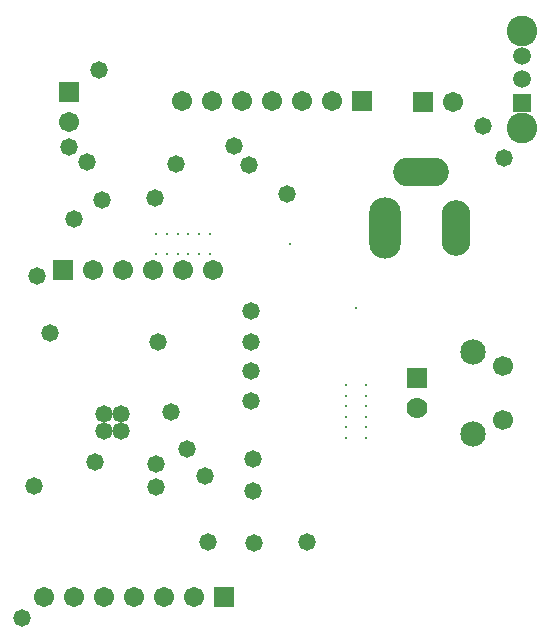
<source format=gbs>
G04*
G04 #@! TF.GenerationSoftware,Altium Limited,Altium Designer,20.0.2 (26)*
G04*
G04 Layer_Color=16711935*
%FSLAX25Y25*%
%MOIN*%
G70*
G01*
G75*
%ADD30C,0.00800*%
%ADD31C,0.06706*%
%ADD32R,0.06706X0.06706*%
%ADD33R,0.05950X0.05950*%
%ADD34C,0.05950*%
%ADD35C,0.10249*%
%ADD36C,0.07001*%
%ADD37R,0.07001X0.07001*%
%ADD38O,0.18517X0.09658*%
%ADD39O,0.09658X0.18517*%
%ADD40O,0.10642X0.20485*%
%ADD41C,0.06698*%
%ADD42C,0.08477*%
%ADD43R,0.06706X0.06706*%
%ADD44C,0.05800*%
D30*
X177900Y160600D02*
D03*
X156000Y181900D02*
D03*
X111383Y185100D02*
D03*
X114927D02*
D03*
X118470D02*
D03*
X122013D02*
D03*
X125557D02*
D03*
X129100D02*
D03*
X174500Y117070D02*
D03*
Y120613D02*
D03*
Y124157D02*
D03*
Y127700D02*
D03*
Y131243D02*
D03*
Y134787D02*
D03*
X181200Y117070D02*
D03*
Y120613D02*
D03*
Y124157D02*
D03*
Y127700D02*
D03*
Y131243D02*
D03*
Y134787D02*
D03*
X129100Y178600D02*
D03*
X125557D02*
D03*
X122013D02*
D03*
X118470D02*
D03*
X114927D02*
D03*
X111383D02*
D03*
D31*
X114000Y64100D02*
D03*
X124000D02*
D03*
X104000D02*
D03*
X94000D02*
D03*
X84000D02*
D03*
X74000D02*
D03*
X210300Y229100D02*
D03*
X119800Y229600D02*
D03*
X129800D02*
D03*
X139800D02*
D03*
X149800D02*
D03*
X169800D02*
D03*
X159800D02*
D03*
X90100Y173100D02*
D03*
X100100D02*
D03*
X110100D02*
D03*
X120100D02*
D03*
X130100D02*
D03*
X82300Y222600D02*
D03*
D32*
X134000Y64100D02*
D03*
X200300Y229100D02*
D03*
X179800Y229600D02*
D03*
X80100Y173100D02*
D03*
D33*
X233300Y228852D02*
D03*
D34*
Y236726D02*
D03*
Y244600D02*
D03*
D35*
Y252868D02*
D03*
Y220584D02*
D03*
D36*
X198367Y127179D02*
D03*
D37*
Y137021D02*
D03*
D38*
X199489Y205604D02*
D03*
D39*
X211300Y187100D02*
D03*
D40*
X187678D02*
D03*
D41*
X226800Y123242D02*
D03*
Y140958D02*
D03*
D42*
X216997Y145899D02*
D03*
Y118301D02*
D03*
D43*
X82300Y232600D02*
D03*
D44*
X143900Y82000D02*
D03*
X161500Y82400D02*
D03*
X92100Y239800D02*
D03*
X127400Y104400D02*
D03*
X143500Y110000D02*
D03*
Y99600D02*
D03*
X111800Y149200D02*
D03*
X116250Y125850D02*
D03*
X91000Y109000D02*
D03*
X111100Y108300D02*
D03*
Y100700D02*
D03*
X142900Y129400D02*
D03*
Y139400D02*
D03*
Y149200D02*
D03*
Y159300D02*
D03*
X110800Y197100D02*
D03*
X88300Y209100D02*
D03*
X66500Y57100D02*
D03*
X220300Y221100D02*
D03*
X227300Y210600D02*
D03*
X71500Y171100D02*
D03*
X137300Y214600D02*
D03*
X82300Y214100D02*
D03*
X93300Y196600D02*
D03*
X83800Y190100D02*
D03*
X142300Y208100D02*
D03*
X117800Y208600D02*
D03*
X99500Y125100D02*
D03*
Y119600D02*
D03*
X94000D02*
D03*
Y125100D02*
D03*
X128500Y82600D02*
D03*
X70500Y101100D02*
D03*
X154800Y198600D02*
D03*
X121500Y113600D02*
D03*
X76000Y152100D02*
D03*
M02*

</source>
